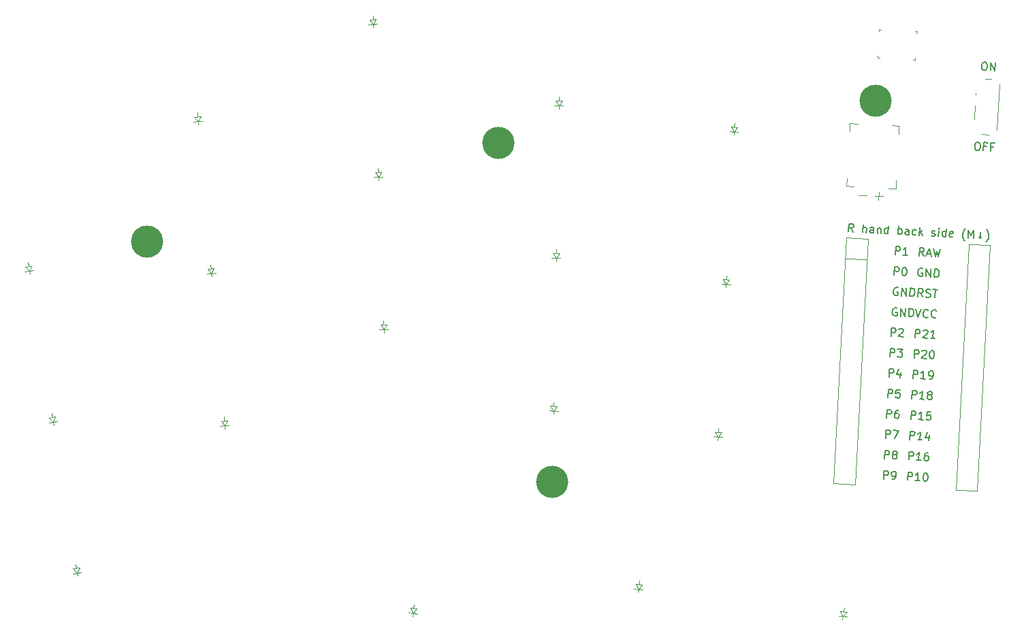
<source format=gbr>
%TF.GenerationSoftware,KiCad,Pcbnew,8.0.7*%
%TF.CreationDate,2025-02-03T11:28:03-05:00*%
%TF.ProjectId,thepcb,74686570-6362-42e6-9b69-6361645f7063,v1.0.0*%
%TF.SameCoordinates,Original*%
%TF.FileFunction,Legend,Top*%
%TF.FilePolarity,Positive*%
%FSLAX46Y46*%
G04 Gerber Fmt 4.6, Leading zero omitted, Abs format (unit mm)*
G04 Created by KiCad (PCBNEW 8.0.7) date 2025-02-03 11:28:03*
%MOMM*%
%LPD*%
G01*
G04 APERTURE LIST*
%ADD10C,0.150000*%
%ADD11C,0.100000*%
%ADD12C,0.120000*%
%ADD13C,4.000000*%
G04 APERTURE END LIST*
D10*
X297282717Y-94047638D02*
X297472932Y-94057607D01*
X297472932Y-94057607D02*
X297565547Y-94110145D01*
X297565547Y-94110145D02*
X297655670Y-94210237D01*
X297655670Y-94210237D02*
X297693255Y-94402944D01*
X297693255Y-94402944D02*
X297675810Y-94735821D01*
X297675810Y-94735821D02*
X297618288Y-94923544D01*
X297618288Y-94923544D02*
X297518196Y-95013667D01*
X297518196Y-95013667D02*
X297420596Y-95056236D01*
X297420596Y-95056236D02*
X297230381Y-95046267D01*
X297230381Y-95046267D02*
X297137765Y-94993729D01*
X297137765Y-94993729D02*
X297047642Y-94893637D01*
X297047642Y-94893637D02*
X297010057Y-94700930D01*
X297010057Y-94700930D02*
X297027502Y-94368054D01*
X297027502Y-94368054D02*
X297085025Y-94180331D01*
X297085025Y-94180331D02*
X297185117Y-94090207D01*
X297185117Y-94090207D02*
X297282717Y-94047638D01*
X298446639Y-94585481D02*
X298113763Y-94568035D01*
X298086349Y-95091127D02*
X298138685Y-94092497D01*
X298138685Y-94092497D02*
X298614223Y-94117419D01*
X299302608Y-94630340D02*
X298969731Y-94612895D01*
X298942317Y-95135986D02*
X298994653Y-94137357D01*
X298994653Y-94137357D02*
X299470191Y-94162279D01*
X298138953Y-84078787D02*
X298329168Y-84088756D01*
X298329168Y-84088756D02*
X298421783Y-84141294D01*
X298421783Y-84141294D02*
X298511907Y-84241386D01*
X298511907Y-84241386D02*
X298549492Y-84434093D01*
X298549492Y-84434093D02*
X298532046Y-84766970D01*
X298532046Y-84766970D02*
X298474524Y-84954693D01*
X298474524Y-84954693D02*
X298374432Y-85044816D01*
X298374432Y-85044816D02*
X298276832Y-85087386D01*
X298276832Y-85087386D02*
X298086617Y-85077417D01*
X298086617Y-85077417D02*
X297994002Y-85024879D01*
X297994002Y-85024879D02*
X297903878Y-84924787D01*
X297903878Y-84924787D02*
X297866293Y-84732079D01*
X297866293Y-84732079D02*
X297883739Y-84399203D01*
X297883739Y-84399203D02*
X297941261Y-84211480D01*
X297941261Y-84211480D02*
X298041353Y-84121357D01*
X298041353Y-84121357D02*
X298138953Y-84078787D01*
X298942585Y-85122276D02*
X298994921Y-84123647D01*
X298994921Y-84123647D02*
X299513230Y-85152182D01*
X299513230Y-85152182D02*
X299565566Y-84153553D01*
X290499385Y-109801834D02*
X290406769Y-109749296D01*
X290406769Y-109749296D02*
X290264108Y-109741820D01*
X290264108Y-109741820D02*
X290118955Y-109781897D01*
X290118955Y-109781897D02*
X290018863Y-109872020D01*
X290018863Y-109872020D02*
X289966324Y-109964636D01*
X289966324Y-109964636D02*
X289908802Y-110152359D01*
X289908802Y-110152359D02*
X289901325Y-110295020D01*
X289901325Y-110295020D02*
X289938910Y-110487727D01*
X289938910Y-110487727D02*
X289981480Y-110585327D01*
X289981480Y-110585327D02*
X290071603Y-110685419D01*
X290071603Y-110685419D02*
X290211772Y-110740449D01*
X290211772Y-110740449D02*
X290306880Y-110745434D01*
X290306880Y-110745434D02*
X290452033Y-110705356D01*
X290452033Y-110705356D02*
X290502079Y-110660295D01*
X290502079Y-110660295D02*
X290519525Y-110327418D01*
X290519525Y-110327418D02*
X290329309Y-110317450D01*
X290925079Y-110777832D02*
X290977415Y-109779203D01*
X290977415Y-109779203D02*
X291495724Y-110807738D01*
X291495724Y-110807738D02*
X291548060Y-109809109D01*
X291971262Y-110832660D02*
X292023598Y-109834031D01*
X292023598Y-109834031D02*
X292261367Y-109846492D01*
X292261367Y-109846492D02*
X292401536Y-109901522D01*
X292401536Y-109901522D02*
X292491659Y-110001614D01*
X292491659Y-110001614D02*
X292534229Y-110099214D01*
X292534229Y-110099214D02*
X292571814Y-110291921D01*
X292571814Y-110291921D02*
X292564337Y-110434582D01*
X292564337Y-110434582D02*
X292506815Y-110622305D01*
X292506815Y-110622305D02*
X292454277Y-110714921D01*
X292454277Y-110714921D02*
X292354185Y-110805044D01*
X292354185Y-110805044D02*
X292209031Y-110845121D01*
X292209031Y-110845121D02*
X291971262Y-110832660D01*
X288668446Y-136094424D02*
X288720782Y-135095795D01*
X288720782Y-135095795D02*
X289101213Y-135115732D01*
X289101213Y-135115732D02*
X289193828Y-135168271D01*
X289193828Y-135168271D02*
X289238890Y-135218317D01*
X289238890Y-135218317D02*
X289281459Y-135315916D01*
X289281459Y-135315916D02*
X289273983Y-135458578D01*
X289273983Y-135458578D02*
X289221444Y-135551193D01*
X289221444Y-135551193D02*
X289171398Y-135596255D01*
X289171398Y-135596255D02*
X289073799Y-135638824D01*
X289073799Y-135638824D02*
X288693368Y-135618887D01*
X290190168Y-136174174D02*
X289619522Y-136144268D01*
X289904845Y-136159221D02*
X289957181Y-135160592D01*
X289957181Y-135160592D02*
X289854597Y-135298269D01*
X289854597Y-135298269D02*
X289754505Y-135388392D01*
X289754505Y-135388392D02*
X289656905Y-135430961D01*
X290860703Y-135207943D02*
X290955810Y-135212928D01*
X290955810Y-135212928D02*
X291048426Y-135265466D01*
X291048426Y-135265466D02*
X291093487Y-135315512D01*
X291093487Y-135315512D02*
X291136057Y-135413112D01*
X291136057Y-135413112D02*
X291173642Y-135605819D01*
X291173642Y-135605819D02*
X291161181Y-135843588D01*
X291161181Y-135843588D02*
X291103658Y-136031311D01*
X291103658Y-136031311D02*
X291051120Y-136123926D01*
X291051120Y-136123926D02*
X291001074Y-136168988D01*
X291001074Y-136168988D02*
X290903475Y-136211557D01*
X290903475Y-136211557D02*
X290808367Y-136206573D01*
X290808367Y-136206573D02*
X290715752Y-136154035D01*
X290715752Y-136154035D02*
X290670690Y-136103989D01*
X290670690Y-136103989D02*
X290628121Y-136006389D01*
X290628121Y-136006389D02*
X290590536Y-135813682D01*
X290590536Y-135813682D02*
X290602996Y-135575913D01*
X290602996Y-135575913D02*
X290660519Y-135388190D01*
X290660519Y-135388190D02*
X290713057Y-135295574D01*
X290713057Y-135295574D02*
X290763103Y-135250513D01*
X290763103Y-135250513D02*
X290860703Y-135207943D01*
X281896818Y-105212703D02*
X281588864Y-104719720D01*
X281326173Y-105182797D02*
X281378509Y-104184167D01*
X281378509Y-104184167D02*
X281758939Y-104204105D01*
X281758939Y-104204105D02*
X281851555Y-104256643D01*
X281851555Y-104256643D02*
X281896616Y-104306689D01*
X281896616Y-104306689D02*
X281939186Y-104404289D01*
X281939186Y-104404289D02*
X281931709Y-104546950D01*
X281931709Y-104546950D02*
X281879171Y-104639565D01*
X281879171Y-104639565D02*
X281829125Y-104684627D01*
X281829125Y-104684627D02*
X281731525Y-104727196D01*
X281731525Y-104727196D02*
X281351095Y-104707259D01*
X283085663Y-105275008D02*
X283137999Y-104276378D01*
X283513647Y-105297437D02*
X283541062Y-104774346D01*
X283541062Y-104774346D02*
X283498492Y-104676746D01*
X283498492Y-104676746D02*
X283405877Y-104624208D01*
X283405877Y-104624208D02*
X283263215Y-104616731D01*
X283263215Y-104616731D02*
X283165616Y-104659301D01*
X283165616Y-104659301D02*
X283115570Y-104704362D01*
X284417169Y-105344789D02*
X284444584Y-104821697D01*
X284444584Y-104821697D02*
X284402014Y-104724098D01*
X284402014Y-104724098D02*
X284309399Y-104671559D01*
X284309399Y-104671559D02*
X284119184Y-104661591D01*
X284119184Y-104661591D02*
X284021584Y-104704160D01*
X284419662Y-105297235D02*
X284322062Y-105339805D01*
X284322062Y-105339805D02*
X284084293Y-105327344D01*
X284084293Y-105327344D02*
X283991678Y-105274805D01*
X283991678Y-105274805D02*
X283949108Y-105177206D01*
X283949108Y-105177206D02*
X283954093Y-105082098D01*
X283954093Y-105082098D02*
X284006631Y-104989483D01*
X284006631Y-104989483D02*
X284104230Y-104946913D01*
X284104230Y-104946913D02*
X284341999Y-104959374D01*
X284341999Y-104959374D02*
X284439599Y-104916805D01*
X284927598Y-104703958D02*
X284892707Y-105369711D01*
X284922614Y-104799065D02*
X284972660Y-104754004D01*
X284972660Y-104754004D02*
X285070259Y-104711434D01*
X285070259Y-104711434D02*
X285212921Y-104718911D01*
X285212921Y-104718911D02*
X285305536Y-104771449D01*
X285305536Y-104771449D02*
X285348106Y-104869049D01*
X285348106Y-104869049D02*
X285320692Y-105392141D01*
X286224214Y-105439492D02*
X286276550Y-104440863D01*
X286226706Y-105391938D02*
X286129106Y-105434508D01*
X286129106Y-105434508D02*
X285938891Y-105424539D01*
X285938891Y-105424539D02*
X285846275Y-105372001D01*
X285846275Y-105372001D02*
X285801214Y-105321955D01*
X285801214Y-105321955D02*
X285758644Y-105224355D01*
X285758644Y-105224355D02*
X285773598Y-104939032D01*
X285773598Y-104939032D02*
X285826136Y-104846417D01*
X285826136Y-104846417D02*
X285876182Y-104801355D01*
X285876182Y-104801355D02*
X285973782Y-104758786D01*
X285973782Y-104758786D02*
X286163997Y-104768755D01*
X286163997Y-104768755D02*
X286256612Y-104821293D01*
X287460612Y-105504289D02*
X287512948Y-104505660D01*
X287493011Y-104886090D02*
X287590611Y-104843520D01*
X287590611Y-104843520D02*
X287780826Y-104853489D01*
X287780826Y-104853489D02*
X287873441Y-104906027D01*
X287873441Y-104906027D02*
X287918503Y-104956073D01*
X287918503Y-104956073D02*
X287961072Y-105053673D01*
X287961072Y-105053673D02*
X287946119Y-105338996D01*
X287946119Y-105338996D02*
X287893581Y-105431611D01*
X287893581Y-105431611D02*
X287843535Y-105476673D01*
X287843535Y-105476673D02*
X287745935Y-105519242D01*
X287745935Y-105519242D02*
X287555720Y-105509273D01*
X287555720Y-105509273D02*
X287463105Y-105456735D01*
X288792119Y-105574070D02*
X288819533Y-105050979D01*
X288819533Y-105050979D02*
X288776963Y-104953379D01*
X288776963Y-104953379D02*
X288684348Y-104900841D01*
X288684348Y-104900841D02*
X288494133Y-104890872D01*
X288494133Y-104890872D02*
X288396533Y-104933441D01*
X288794611Y-105526517D02*
X288697011Y-105569086D01*
X288697011Y-105569086D02*
X288459242Y-105556625D01*
X288459242Y-105556625D02*
X288366627Y-105504087D01*
X288366627Y-105504087D02*
X288324057Y-105406487D01*
X288324057Y-105406487D02*
X288329042Y-105311380D01*
X288329042Y-105311380D02*
X288381580Y-105218764D01*
X288381580Y-105218764D02*
X288479180Y-105176195D01*
X288479180Y-105176195D02*
X288716948Y-105188656D01*
X288716948Y-105188656D02*
X288814548Y-105146086D01*
X289698133Y-105573868D02*
X289600533Y-105616438D01*
X289600533Y-105616438D02*
X289410318Y-105606469D01*
X289410318Y-105606469D02*
X289317702Y-105553931D01*
X289317702Y-105553931D02*
X289272641Y-105503885D01*
X289272641Y-105503885D02*
X289230071Y-105406285D01*
X289230071Y-105406285D02*
X289245025Y-105120962D01*
X289245025Y-105120962D02*
X289297563Y-105028347D01*
X289297563Y-105028347D02*
X289347609Y-104983285D01*
X289347609Y-104983285D02*
X289445209Y-104940716D01*
X289445209Y-104940716D02*
X289635424Y-104950685D01*
X289635424Y-104950685D02*
X289728039Y-105003223D01*
X290123625Y-105643852D02*
X290175961Y-104645222D01*
X290238670Y-105268406D02*
X290504055Y-105663789D01*
X290538946Y-104998036D02*
X290138578Y-105358529D01*
X291647839Y-105676048D02*
X291740454Y-105728586D01*
X291740454Y-105728586D02*
X291930669Y-105738555D01*
X291930669Y-105738555D02*
X292028269Y-105695985D01*
X292028269Y-105695985D02*
X292080807Y-105603370D01*
X292080807Y-105603370D02*
X292083299Y-105555816D01*
X292083299Y-105555816D02*
X292040730Y-105458216D01*
X292040730Y-105458216D02*
X291948114Y-105405678D01*
X291948114Y-105405678D02*
X291805453Y-105398202D01*
X291805453Y-105398202D02*
X291712838Y-105345664D01*
X291712838Y-105345664D02*
X291670268Y-105248064D01*
X291670268Y-105248064D02*
X291672761Y-105200510D01*
X291672761Y-105200510D02*
X291725299Y-105107895D01*
X291725299Y-105107895D02*
X291822898Y-105065325D01*
X291822898Y-105065325D02*
X291965560Y-105072802D01*
X291965560Y-105072802D02*
X292058175Y-105125340D01*
X292501315Y-105768461D02*
X292536205Y-105102708D01*
X292553651Y-104769832D02*
X292503605Y-104814893D01*
X292503605Y-104814893D02*
X292548666Y-104864939D01*
X292548666Y-104864939D02*
X292598712Y-104819878D01*
X292598712Y-104819878D02*
X292553651Y-104769832D01*
X292553651Y-104769832D02*
X292548666Y-104864939D01*
X293404836Y-105815813D02*
X293457172Y-104817183D01*
X293407328Y-105768259D02*
X293309729Y-105810828D01*
X293309729Y-105810828D02*
X293119514Y-105800859D01*
X293119514Y-105800859D02*
X293026898Y-105748321D01*
X293026898Y-105748321D02*
X292981837Y-105698275D01*
X292981837Y-105698275D02*
X292939267Y-105600676D01*
X292939267Y-105600676D02*
X292954220Y-105315353D01*
X292954220Y-105315353D02*
X293006758Y-105222737D01*
X293006758Y-105222737D02*
X293056804Y-105177676D01*
X293056804Y-105177676D02*
X293154404Y-105135106D01*
X293154404Y-105135106D02*
X293344619Y-105145075D01*
X293344619Y-105145075D02*
X293437235Y-105197613D01*
X294263297Y-105813118D02*
X294165697Y-105855688D01*
X294165697Y-105855688D02*
X293975482Y-105845719D01*
X293975482Y-105845719D02*
X293882866Y-105793181D01*
X293882866Y-105793181D02*
X293840297Y-105695581D01*
X293840297Y-105695581D02*
X293860235Y-105315151D01*
X293860235Y-105315151D02*
X293912773Y-105222535D01*
X293912773Y-105222535D02*
X294010372Y-105179966D01*
X294010372Y-105179966D02*
X294200588Y-105189935D01*
X294200588Y-105189935D02*
X294293203Y-105242473D01*
X294293203Y-105242473D02*
X294335772Y-105340073D01*
X294335772Y-105340073D02*
X294330788Y-105435180D01*
X294330788Y-105435180D02*
X293850266Y-105505366D01*
X295762589Y-106320852D02*
X295717527Y-106270806D01*
X295717527Y-106270806D02*
X295629896Y-106123161D01*
X295629896Y-106123161D02*
X295587327Y-106025561D01*
X295587327Y-106025561D02*
X295547249Y-105880407D01*
X295547249Y-105880407D02*
X295512157Y-105640146D01*
X295512157Y-105640146D02*
X295522125Y-105449931D01*
X295522125Y-105449931D02*
X295582140Y-105214654D01*
X295582140Y-105214654D02*
X295637170Y-105074485D01*
X295637170Y-105074485D02*
X295689709Y-104981870D01*
X295689709Y-104981870D02*
X295792293Y-104844193D01*
X295792293Y-104844193D02*
X295842339Y-104799131D01*
X296162957Y-105960360D02*
X296215293Y-104961730D01*
X296215293Y-104961730D02*
X296510786Y-105692482D01*
X296510786Y-105692482D02*
X296881046Y-104996621D01*
X296881046Y-104996621D02*
X296828710Y-105995250D01*
X297724553Y-105279249D02*
X297684678Y-106040110D01*
X297884862Y-105859863D02*
X297684678Y-106040110D01*
X297684678Y-106040110D02*
X297504431Y-105839926D01*
X298425601Y-106460415D02*
X298475647Y-106415353D01*
X298475647Y-106415353D02*
X298578231Y-106277676D01*
X298578231Y-106277676D02*
X298630769Y-106185061D01*
X298630769Y-106185061D02*
X298685799Y-106044892D01*
X298685799Y-106044892D02*
X298745814Y-105809615D01*
X298745814Y-105809615D02*
X298755783Y-105619400D01*
X298755783Y-105619400D02*
X298720690Y-105379139D01*
X298720690Y-105379139D02*
X298680613Y-105233985D01*
X298680613Y-105233985D02*
X298638043Y-105136385D01*
X298638043Y-105136385D02*
X298550412Y-104988740D01*
X298550412Y-104988740D02*
X298505351Y-104938694D01*
X290530599Y-113300644D02*
X290222645Y-112807661D01*
X289959954Y-113270738D02*
X290012290Y-112272108D01*
X290012290Y-112272108D02*
X290392720Y-112292046D01*
X290392720Y-112292046D02*
X290485336Y-112344584D01*
X290485336Y-112344584D02*
X290530397Y-112394630D01*
X290530397Y-112394630D02*
X290572967Y-112492230D01*
X290572967Y-112492230D02*
X290565490Y-112634891D01*
X290565490Y-112634891D02*
X290512952Y-112727506D01*
X290512952Y-112727506D02*
X290462906Y-112772568D01*
X290462906Y-112772568D02*
X290365306Y-112815137D01*
X290365306Y-112815137D02*
X289984876Y-112795200D01*
X290913522Y-113273028D02*
X291053691Y-113328058D01*
X291053691Y-113328058D02*
X291291460Y-113340519D01*
X291291460Y-113340519D02*
X291389060Y-113297950D01*
X291389060Y-113297950D02*
X291439106Y-113252888D01*
X291439106Y-113252888D02*
X291491644Y-113160273D01*
X291491644Y-113160273D02*
X291496628Y-113065165D01*
X291496628Y-113065165D02*
X291454059Y-112967565D01*
X291454059Y-112967565D02*
X291408997Y-112917519D01*
X291408997Y-112917519D02*
X291316382Y-112864981D01*
X291316382Y-112864981D02*
X291128659Y-112807459D01*
X291128659Y-112807459D02*
X291036044Y-112754920D01*
X291036044Y-112754920D02*
X290990982Y-112704875D01*
X290990982Y-112704875D02*
X290948413Y-112607275D01*
X290948413Y-112607275D02*
X290953397Y-112512167D01*
X290953397Y-112512167D02*
X291005935Y-112419552D01*
X291005935Y-112419552D02*
X291055981Y-112374490D01*
X291055981Y-112374490D02*
X291153581Y-112331921D01*
X291153581Y-112331921D02*
X291391350Y-112344382D01*
X291391350Y-112344382D02*
X291531519Y-112399412D01*
X291819334Y-112366811D02*
X292389979Y-112396718D01*
X292052321Y-113380394D02*
X292104657Y-112381765D01*
X286057568Y-128327137D02*
X286109904Y-127328508D01*
X286109904Y-127328508D02*
X286490334Y-127348445D01*
X286490334Y-127348445D02*
X286582950Y-127400983D01*
X286582950Y-127400983D02*
X286628011Y-127451029D01*
X286628011Y-127451029D02*
X286670581Y-127548629D01*
X286670581Y-127548629D02*
X286663104Y-127691291D01*
X286663104Y-127691291D02*
X286610566Y-127783906D01*
X286610566Y-127783906D02*
X286560520Y-127828968D01*
X286560520Y-127828968D02*
X286462920Y-127871537D01*
X286462920Y-127871537D02*
X286082490Y-127851599D01*
X287536517Y-127403273D02*
X287346302Y-127393305D01*
X287346302Y-127393305D02*
X287248703Y-127435874D01*
X287248703Y-127435874D02*
X287198657Y-127480936D01*
X287198657Y-127480936D02*
X287096072Y-127618613D01*
X287096072Y-127618613D02*
X287038550Y-127806336D01*
X287038550Y-127806336D02*
X287018612Y-128186766D01*
X287018612Y-128186766D02*
X287061182Y-128284366D01*
X287061182Y-128284366D02*
X287106243Y-128334412D01*
X287106243Y-128334412D02*
X287198859Y-128386950D01*
X287198859Y-128386950D02*
X287389074Y-128396919D01*
X287389074Y-128396919D02*
X287486674Y-128354349D01*
X287486674Y-128354349D02*
X287536720Y-128309288D01*
X287536720Y-128309288D02*
X287589258Y-128216672D01*
X287589258Y-128216672D02*
X287601719Y-127978903D01*
X287601719Y-127978903D02*
X287559149Y-127881304D01*
X287559149Y-127881304D02*
X287514088Y-127831258D01*
X287514088Y-127831258D02*
X287421472Y-127778719D01*
X287421472Y-127778719D02*
X287231257Y-127768751D01*
X287231257Y-127768751D02*
X287133657Y-127811320D01*
X287133657Y-127811320D02*
X287083611Y-127856382D01*
X287083611Y-127856382D02*
X287031073Y-127948997D01*
X287470426Y-112186579D02*
X287377810Y-112134041D01*
X287377810Y-112134041D02*
X287235149Y-112126565D01*
X287235149Y-112126565D02*
X287089996Y-112166642D01*
X287089996Y-112166642D02*
X286989904Y-112256765D01*
X286989904Y-112256765D02*
X286937365Y-112349381D01*
X286937365Y-112349381D02*
X286879843Y-112537104D01*
X286879843Y-112537104D02*
X286872366Y-112679765D01*
X286872366Y-112679765D02*
X286909951Y-112872472D01*
X286909951Y-112872472D02*
X286952521Y-112970072D01*
X286952521Y-112970072D02*
X287042644Y-113070164D01*
X287042644Y-113070164D02*
X287182813Y-113125194D01*
X287182813Y-113125194D02*
X287277921Y-113130179D01*
X287277921Y-113130179D02*
X287423074Y-113090101D01*
X287423074Y-113090101D02*
X287473120Y-113045040D01*
X287473120Y-113045040D02*
X287490566Y-112712163D01*
X287490566Y-112712163D02*
X287300350Y-112702195D01*
X287896120Y-113162577D02*
X287948456Y-112163948D01*
X287948456Y-112163948D02*
X288466765Y-113192483D01*
X288466765Y-113192483D02*
X288519101Y-112193854D01*
X288942303Y-113217405D02*
X288994639Y-112218776D01*
X288994639Y-112218776D02*
X289232408Y-112231237D01*
X289232408Y-112231237D02*
X289372577Y-112286267D01*
X289372577Y-112286267D02*
X289462700Y-112386359D01*
X289462700Y-112386359D02*
X289505270Y-112483959D01*
X289505270Y-112483959D02*
X289542855Y-112676666D01*
X289542855Y-112676666D02*
X289535378Y-112819327D01*
X289535378Y-112819327D02*
X289477856Y-113007050D01*
X289477856Y-113007050D02*
X289425318Y-113099666D01*
X289425318Y-113099666D02*
X289325226Y-113189789D01*
X289325226Y-113189789D02*
X289180072Y-113229866D01*
X289180072Y-113229866D02*
X288942303Y-113217405D01*
X286456368Y-120717580D02*
X286508704Y-119718951D01*
X286508704Y-119718951D02*
X286889134Y-119738888D01*
X286889134Y-119738888D02*
X286981750Y-119791426D01*
X286981750Y-119791426D02*
X287026811Y-119841472D01*
X287026811Y-119841472D02*
X287069381Y-119939072D01*
X287069381Y-119939072D02*
X287061904Y-120081734D01*
X287061904Y-120081734D02*
X287009366Y-120174349D01*
X287009366Y-120174349D02*
X286959320Y-120219411D01*
X286959320Y-120219411D02*
X286861720Y-120261980D01*
X286861720Y-120261980D02*
X286481290Y-120242042D01*
X287412226Y-119766302D02*
X288030425Y-119798701D01*
X288030425Y-119798701D02*
X287677611Y-120161686D01*
X287677611Y-120161686D02*
X287820272Y-120169162D01*
X287820272Y-120169162D02*
X287912888Y-120221701D01*
X287912888Y-120221701D02*
X287957949Y-120271747D01*
X287957949Y-120271747D02*
X288000519Y-120369346D01*
X288000519Y-120369346D02*
X287988058Y-120607115D01*
X287988058Y-120607115D02*
X287935520Y-120699731D01*
X287935520Y-120699731D02*
X287885474Y-120744792D01*
X287885474Y-120744792D02*
X287787874Y-120787362D01*
X287787874Y-120787362D02*
X287502551Y-120772408D01*
X287502551Y-120772408D02*
X287409936Y-120719870D01*
X287409936Y-120719870D02*
X287364874Y-120669824D01*
X289067246Y-128484867D02*
X289119582Y-127486238D01*
X289119582Y-127486238D02*
X289500013Y-127506175D01*
X289500013Y-127506175D02*
X289592628Y-127558714D01*
X289592628Y-127558714D02*
X289637690Y-127608760D01*
X289637690Y-127608760D02*
X289680259Y-127706359D01*
X289680259Y-127706359D02*
X289672783Y-127849021D01*
X289672783Y-127849021D02*
X289620244Y-127941636D01*
X289620244Y-127941636D02*
X289570198Y-127986698D01*
X289570198Y-127986698D02*
X289472599Y-128029267D01*
X289472599Y-128029267D02*
X289092168Y-128009330D01*
X290588968Y-128564617D02*
X290018322Y-128534711D01*
X290303645Y-128549664D02*
X290355981Y-127551035D01*
X290355981Y-127551035D02*
X290253397Y-127688712D01*
X290253397Y-127688712D02*
X290153305Y-127778835D01*
X290153305Y-127778835D02*
X290055705Y-127821404D01*
X291544826Y-127613340D02*
X291069288Y-127588418D01*
X291069288Y-127588418D02*
X290996812Y-128061463D01*
X290996812Y-128061463D02*
X291046858Y-128016402D01*
X291046858Y-128016402D02*
X291144458Y-127973832D01*
X291144458Y-127973832D02*
X291382227Y-127986293D01*
X291382227Y-127986293D02*
X291474842Y-128038831D01*
X291474842Y-128038831D02*
X291519904Y-128088877D01*
X291519904Y-128088877D02*
X291562473Y-128186477D01*
X291562473Y-128186477D02*
X291550012Y-128424246D01*
X291550012Y-128424246D02*
X291497474Y-128516861D01*
X291497474Y-128516861D02*
X291447428Y-128561923D01*
X291447428Y-128561923D02*
X291349828Y-128604492D01*
X291349828Y-128604492D02*
X291112059Y-128592032D01*
X291112059Y-128592032D02*
X291019444Y-128539493D01*
X291019444Y-128539493D02*
X290974382Y-128489447D01*
X285924634Y-130863656D02*
X285976970Y-129865027D01*
X285976970Y-129865027D02*
X286357400Y-129884964D01*
X286357400Y-129884964D02*
X286450016Y-129937502D01*
X286450016Y-129937502D02*
X286495077Y-129987548D01*
X286495077Y-129987548D02*
X286537647Y-130085148D01*
X286537647Y-130085148D02*
X286530170Y-130227810D01*
X286530170Y-130227810D02*
X286477632Y-130320425D01*
X286477632Y-130320425D02*
X286427586Y-130365487D01*
X286427586Y-130365487D02*
X286329986Y-130408056D01*
X286329986Y-130408056D02*
X285949556Y-130388118D01*
X286880492Y-129912378D02*
X287546245Y-129947269D01*
X287546245Y-129947269D02*
X287065925Y-130923469D01*
X289598979Y-118338791D02*
X289651315Y-117340162D01*
X289651315Y-117340162D02*
X290031746Y-117360099D01*
X290031746Y-117360099D02*
X290124361Y-117412638D01*
X290124361Y-117412638D02*
X290169423Y-117462684D01*
X290169423Y-117462684D02*
X290211992Y-117560283D01*
X290211992Y-117560283D02*
X290204516Y-117702945D01*
X290204516Y-117702945D02*
X290151977Y-117795560D01*
X290151977Y-117795560D02*
X290101931Y-117840622D01*
X290101931Y-117840622D02*
X290004332Y-117883191D01*
X290004332Y-117883191D02*
X289623901Y-117863254D01*
X290597407Y-117485113D02*
X290647453Y-117440052D01*
X290647453Y-117440052D02*
X290745053Y-117397482D01*
X290745053Y-117397482D02*
X290982821Y-117409943D01*
X290982821Y-117409943D02*
X291075437Y-117462481D01*
X291075437Y-117462481D02*
X291120498Y-117512527D01*
X291120498Y-117512527D02*
X291163068Y-117610127D01*
X291163068Y-117610127D02*
X291158084Y-117705235D01*
X291158084Y-117705235D02*
X291103053Y-117845404D01*
X291103053Y-117845404D02*
X290502501Y-118386143D01*
X290502501Y-118386143D02*
X291120701Y-118418541D01*
X292071776Y-118468385D02*
X291501131Y-118438479D01*
X291786454Y-118453432D02*
X291838790Y-117454803D01*
X291838790Y-117454803D02*
X291736206Y-117592480D01*
X291736206Y-117592480D02*
X291636114Y-117682603D01*
X291636114Y-117682603D02*
X291538514Y-117725172D01*
X286190501Y-125790618D02*
X286242837Y-124791989D01*
X286242837Y-124791989D02*
X286623267Y-124811926D01*
X286623267Y-124811926D02*
X286715883Y-124864464D01*
X286715883Y-124864464D02*
X286760944Y-124914510D01*
X286760944Y-124914510D02*
X286803514Y-125012110D01*
X286803514Y-125012110D02*
X286796037Y-125154772D01*
X286796037Y-125154772D02*
X286743499Y-125247387D01*
X286743499Y-125247387D02*
X286693453Y-125292449D01*
X286693453Y-125292449D02*
X286595853Y-125335018D01*
X286595853Y-125335018D02*
X286215423Y-125315080D01*
X287717004Y-124869247D02*
X287241466Y-124844325D01*
X287241466Y-124844325D02*
X287168991Y-125317370D01*
X287168991Y-125317370D02*
X287219037Y-125272309D01*
X287219037Y-125272309D02*
X287316636Y-125229739D01*
X287316636Y-125229739D02*
X287554405Y-125242200D01*
X287554405Y-125242200D02*
X287647021Y-125294739D01*
X287647021Y-125294739D02*
X287692082Y-125344785D01*
X287692082Y-125344785D02*
X287734652Y-125442384D01*
X287734652Y-125442384D02*
X287722191Y-125680153D01*
X287722191Y-125680153D02*
X287669653Y-125772769D01*
X287669653Y-125772769D02*
X287619607Y-125817830D01*
X287619607Y-125817830D02*
X287522007Y-125860400D01*
X287522007Y-125860400D02*
X287284238Y-125847939D01*
X287284238Y-125847939D02*
X287191623Y-125795401D01*
X287191623Y-125795401D02*
X287146561Y-125745355D01*
X289200179Y-125948348D02*
X289252515Y-124949719D01*
X289252515Y-124949719D02*
X289632946Y-124969656D01*
X289632946Y-124969656D02*
X289725561Y-125022195D01*
X289725561Y-125022195D02*
X289770623Y-125072241D01*
X289770623Y-125072241D02*
X289813192Y-125169840D01*
X289813192Y-125169840D02*
X289805716Y-125312502D01*
X289805716Y-125312502D02*
X289753177Y-125405117D01*
X289753177Y-125405117D02*
X289703131Y-125450179D01*
X289703131Y-125450179D02*
X289605532Y-125492748D01*
X289605532Y-125492748D02*
X289225101Y-125472811D01*
X290721901Y-126028098D02*
X290151255Y-125998192D01*
X290436578Y-126013145D02*
X290488914Y-125014516D01*
X290488914Y-125014516D02*
X290386330Y-125152193D01*
X290386330Y-125152193D02*
X290286238Y-125242316D01*
X290286238Y-125242316D02*
X290188638Y-125284885D01*
X291322452Y-125487359D02*
X291229837Y-125434821D01*
X291229837Y-125434821D02*
X291184775Y-125384775D01*
X291184775Y-125384775D02*
X291142206Y-125287175D01*
X291142206Y-125287175D02*
X291144698Y-125239622D01*
X291144698Y-125239622D02*
X291197236Y-125147006D01*
X291197236Y-125147006D02*
X291247282Y-125101945D01*
X291247282Y-125101945D02*
X291344882Y-125059375D01*
X291344882Y-125059375D02*
X291535097Y-125069344D01*
X291535097Y-125069344D02*
X291627713Y-125121882D01*
X291627713Y-125121882D02*
X291672774Y-125171928D01*
X291672774Y-125171928D02*
X291715344Y-125269528D01*
X291715344Y-125269528D02*
X291712851Y-125317082D01*
X291712851Y-125317082D02*
X291660313Y-125409697D01*
X291660313Y-125409697D02*
X291610267Y-125454759D01*
X291610267Y-125454759D02*
X291512668Y-125497328D01*
X291512668Y-125497328D02*
X291322452Y-125487359D01*
X291322452Y-125487359D02*
X291224853Y-125529929D01*
X291224853Y-125529929D02*
X291174807Y-125574990D01*
X291174807Y-125574990D02*
X291122269Y-125667606D01*
X291122269Y-125667606D02*
X291112300Y-125857821D01*
X291112300Y-125857821D02*
X291154869Y-125955421D01*
X291154869Y-125955421D02*
X291199931Y-126005467D01*
X291199931Y-126005467D02*
X291292546Y-126058005D01*
X291292546Y-126058005D02*
X291482761Y-126067973D01*
X291482761Y-126067973D02*
X291580361Y-126025404D01*
X291580361Y-126025404D02*
X291630407Y-125980342D01*
X291630407Y-125980342D02*
X291682945Y-125887727D01*
X291682945Y-125887727D02*
X291692914Y-125697512D01*
X291692914Y-125697512D02*
X291650345Y-125599912D01*
X291650345Y-125599912D02*
X291605283Y-125549866D01*
X291605283Y-125549866D02*
X291512668Y-125497328D01*
X289466046Y-120875310D02*
X289518382Y-119876681D01*
X289518382Y-119876681D02*
X289898813Y-119896618D01*
X289898813Y-119896618D02*
X289991428Y-119949157D01*
X289991428Y-119949157D02*
X290036490Y-119999203D01*
X290036490Y-119999203D02*
X290079059Y-120096802D01*
X290079059Y-120096802D02*
X290071583Y-120239464D01*
X290071583Y-120239464D02*
X290019044Y-120332079D01*
X290019044Y-120332079D02*
X289968998Y-120377141D01*
X289968998Y-120377141D02*
X289871399Y-120419710D01*
X289871399Y-120419710D02*
X289490968Y-120399773D01*
X290464474Y-120021632D02*
X290514520Y-119976571D01*
X290514520Y-119976571D02*
X290612120Y-119934001D01*
X290612120Y-119934001D02*
X290849888Y-119946462D01*
X290849888Y-119946462D02*
X290942504Y-119999000D01*
X290942504Y-119999000D02*
X290987565Y-120049046D01*
X290987565Y-120049046D02*
X291030135Y-120146646D01*
X291030135Y-120146646D02*
X291025151Y-120241754D01*
X291025151Y-120241754D02*
X290970120Y-120381923D01*
X290970120Y-120381923D02*
X290369568Y-120922662D01*
X290369568Y-120922662D02*
X290987768Y-120955060D01*
X291658303Y-119988829D02*
X291753410Y-119993814D01*
X291753410Y-119993814D02*
X291846026Y-120046352D01*
X291846026Y-120046352D02*
X291891087Y-120096398D01*
X291891087Y-120096398D02*
X291933657Y-120193998D01*
X291933657Y-120193998D02*
X291971242Y-120386705D01*
X291971242Y-120386705D02*
X291958781Y-120624474D01*
X291958781Y-120624474D02*
X291901258Y-120812197D01*
X291901258Y-120812197D02*
X291848720Y-120904812D01*
X291848720Y-120904812D02*
X291798674Y-120949874D01*
X291798674Y-120949874D02*
X291701075Y-120992443D01*
X291701075Y-120992443D02*
X291605967Y-120987459D01*
X291605967Y-120987459D02*
X291513352Y-120934921D01*
X291513352Y-120934921D02*
X291468290Y-120884875D01*
X291468290Y-120884875D02*
X291425721Y-120787275D01*
X291425721Y-120787275D02*
X291388136Y-120594568D01*
X291388136Y-120594568D02*
X291400596Y-120356799D01*
X291400596Y-120356799D02*
X291458119Y-120169076D01*
X291458119Y-120169076D02*
X291510657Y-120076460D01*
X291510657Y-120076460D02*
X291560703Y-120031399D01*
X291560703Y-120031399D02*
X291658303Y-119988829D01*
X288801379Y-133557905D02*
X288853715Y-132559276D01*
X288853715Y-132559276D02*
X289234146Y-132579213D01*
X289234146Y-132579213D02*
X289326761Y-132631752D01*
X289326761Y-132631752D02*
X289371823Y-132681798D01*
X289371823Y-132681798D02*
X289414392Y-132779397D01*
X289414392Y-132779397D02*
X289406916Y-132922059D01*
X289406916Y-132922059D02*
X289354377Y-133014674D01*
X289354377Y-133014674D02*
X289304331Y-133059736D01*
X289304331Y-133059736D02*
X289206732Y-133102305D01*
X289206732Y-133102305D02*
X288826301Y-133082368D01*
X290323101Y-133637655D02*
X289752455Y-133607749D01*
X290037778Y-133622702D02*
X290090114Y-132624073D01*
X290090114Y-132624073D02*
X289987530Y-132761750D01*
X289987530Y-132761750D02*
X289887438Y-132851873D01*
X289887438Y-132851873D02*
X289789838Y-132894442D01*
X291231405Y-132683885D02*
X291041190Y-132673917D01*
X291041190Y-132673917D02*
X290943590Y-132716486D01*
X290943590Y-132716486D02*
X290893544Y-132761548D01*
X290893544Y-132761548D02*
X290790960Y-132899225D01*
X290790960Y-132899225D02*
X290733437Y-133086948D01*
X290733437Y-133086948D02*
X290713500Y-133467378D01*
X290713500Y-133467378D02*
X290756069Y-133564978D01*
X290756069Y-133564978D02*
X290801131Y-133615024D01*
X290801131Y-133615024D02*
X290893746Y-133667562D01*
X290893746Y-133667562D02*
X291083961Y-133677530D01*
X291083961Y-133677530D02*
X291181561Y-133634961D01*
X291181561Y-133634961D02*
X291231607Y-133589899D01*
X291231607Y-133589899D02*
X291284145Y-133497284D01*
X291284145Y-133497284D02*
X291296606Y-133259515D01*
X291296606Y-133259515D02*
X291254037Y-133161915D01*
X291254037Y-133161915D02*
X291208975Y-133111869D01*
X291208975Y-133111869D02*
X291116360Y-133059331D01*
X291116360Y-133059331D02*
X290926145Y-133049362D01*
X290926145Y-133049362D02*
X290828545Y-133091932D01*
X290828545Y-133091932D02*
X290778499Y-133136993D01*
X290778499Y-133136993D02*
X290725961Y-133229609D01*
X289665364Y-114797412D02*
X289945905Y-115813487D01*
X289945905Y-115813487D02*
X290331117Y-114832303D01*
X291187288Y-115783177D02*
X291137242Y-115828238D01*
X291137242Y-115828238D02*
X290992088Y-115868315D01*
X290992088Y-115868315D02*
X290896981Y-115863331D01*
X290896981Y-115863331D02*
X290756812Y-115808301D01*
X290756812Y-115808301D02*
X290666689Y-115708209D01*
X290666689Y-115708209D02*
X290624119Y-115610609D01*
X290624119Y-115610609D02*
X290586534Y-115417902D01*
X290586534Y-115417902D02*
X290594011Y-115275240D01*
X290594011Y-115275240D02*
X290651533Y-115087517D01*
X290651533Y-115087517D02*
X290704071Y-114994902D01*
X290704071Y-114994902D02*
X290804163Y-114904779D01*
X290804163Y-114904779D02*
X290949317Y-114864702D01*
X290949317Y-114864702D02*
X291044424Y-114869686D01*
X291044424Y-114869686D02*
X291184594Y-114924716D01*
X291184594Y-114924716D02*
X291229655Y-114974762D01*
X292185918Y-115835513D02*
X292135872Y-115880574D01*
X292135872Y-115880574D02*
X291990718Y-115920651D01*
X291990718Y-115920651D02*
X291895610Y-115915667D01*
X291895610Y-115915667D02*
X291755441Y-115860637D01*
X291755441Y-115860637D02*
X291665318Y-115760545D01*
X291665318Y-115760545D02*
X291622749Y-115662945D01*
X291622749Y-115662945D02*
X291585164Y-115470238D01*
X291585164Y-115470238D02*
X291592640Y-115327576D01*
X291592640Y-115327576D02*
X291650163Y-115139853D01*
X291650163Y-115139853D02*
X291702701Y-115047238D01*
X291702701Y-115047238D02*
X291802793Y-114957115D01*
X291802793Y-114957115D02*
X291947946Y-114917037D01*
X291947946Y-114917037D02*
X292043054Y-114922022D01*
X292043054Y-114922022D02*
X292183223Y-114977052D01*
X292183223Y-114977052D02*
X292228285Y-115027098D01*
X289333110Y-123411829D02*
X289385446Y-122413200D01*
X289385446Y-122413200D02*
X289765877Y-122433137D01*
X289765877Y-122433137D02*
X289858492Y-122485676D01*
X289858492Y-122485676D02*
X289903554Y-122535722D01*
X289903554Y-122535722D02*
X289946123Y-122633321D01*
X289946123Y-122633321D02*
X289938647Y-122775983D01*
X289938647Y-122775983D02*
X289886108Y-122868598D01*
X289886108Y-122868598D02*
X289836062Y-122913660D01*
X289836062Y-122913660D02*
X289738463Y-122956229D01*
X289738463Y-122956229D02*
X289358032Y-122936292D01*
X290854832Y-123491579D02*
X290284186Y-123461673D01*
X290569509Y-123476626D02*
X290621845Y-122477997D01*
X290621845Y-122477997D02*
X290519261Y-122615674D01*
X290519261Y-122615674D02*
X290419169Y-122705797D01*
X290419169Y-122705797D02*
X290321569Y-122748366D01*
X291330370Y-123516501D02*
X291520585Y-123526470D01*
X291520585Y-123526470D02*
X291618185Y-123483901D01*
X291618185Y-123483901D02*
X291668230Y-123438839D01*
X291668230Y-123438839D02*
X291770815Y-123301162D01*
X291770815Y-123301162D02*
X291828337Y-123113439D01*
X291828337Y-123113439D02*
X291848275Y-122733009D01*
X291848275Y-122733009D02*
X291805705Y-122635409D01*
X291805705Y-122635409D02*
X291760644Y-122585363D01*
X291760644Y-122585363D02*
X291668028Y-122532825D01*
X291668028Y-122532825D02*
X291477813Y-122522856D01*
X291477813Y-122522856D02*
X291380213Y-122565426D01*
X291380213Y-122565426D02*
X291330167Y-122610487D01*
X291330167Y-122610487D02*
X291277629Y-122703103D01*
X291277629Y-122703103D02*
X291265168Y-122940872D01*
X291265168Y-122940872D02*
X291307738Y-123038471D01*
X291307738Y-123038471D02*
X291352799Y-123088517D01*
X291352799Y-123088517D02*
X291445415Y-123141055D01*
X291445415Y-123141055D02*
X291635630Y-123151024D01*
X291635630Y-123151024D02*
X291733230Y-123108455D01*
X291733230Y-123108455D02*
X291783276Y-123063393D01*
X291783276Y-123063393D02*
X291835814Y-122970778D01*
X286988101Y-110571504D02*
X287040437Y-109572875D01*
X287040437Y-109572875D02*
X287420867Y-109592812D01*
X287420867Y-109592812D02*
X287513483Y-109645350D01*
X287513483Y-109645350D02*
X287558544Y-109695396D01*
X287558544Y-109695396D02*
X287601114Y-109792996D01*
X287601114Y-109792996D02*
X287593637Y-109935658D01*
X287593637Y-109935658D02*
X287541099Y-110028273D01*
X287541099Y-110028273D02*
X287491053Y-110073335D01*
X287491053Y-110073335D02*
X287393453Y-110115904D01*
X287393453Y-110115904D02*
X287013023Y-110095966D01*
X288229282Y-109635180D02*
X288324389Y-109640164D01*
X288324389Y-109640164D02*
X288417004Y-109692702D01*
X288417004Y-109692702D02*
X288462066Y-109742748D01*
X288462066Y-109742748D02*
X288504635Y-109840348D01*
X288504635Y-109840348D02*
X288542221Y-110033055D01*
X288542221Y-110033055D02*
X288529760Y-110270824D01*
X288529760Y-110270824D02*
X288472237Y-110458547D01*
X288472237Y-110458547D02*
X288419699Y-110551162D01*
X288419699Y-110551162D02*
X288369653Y-110596224D01*
X288369653Y-110596224D02*
X288272053Y-110638793D01*
X288272053Y-110638793D02*
X288176946Y-110633809D01*
X288176946Y-110633809D02*
X288084330Y-110581271D01*
X288084330Y-110581271D02*
X288039269Y-110531225D01*
X288039269Y-110531225D02*
X287996699Y-110433625D01*
X287996699Y-110433625D02*
X287959114Y-110240918D01*
X287959114Y-110240918D02*
X287971575Y-110003149D01*
X287971575Y-110003149D02*
X288029098Y-109815426D01*
X288029098Y-109815426D02*
X288081636Y-109722811D01*
X288081636Y-109722811D02*
X288131682Y-109677749D01*
X288131682Y-109677749D02*
X288229282Y-109635180D01*
X285658768Y-135936694D02*
X285711104Y-134938065D01*
X285711104Y-134938065D02*
X286091534Y-134958002D01*
X286091534Y-134958002D02*
X286184150Y-135010540D01*
X286184150Y-135010540D02*
X286229211Y-135060586D01*
X286229211Y-135060586D02*
X286271781Y-135158186D01*
X286271781Y-135158186D02*
X286264304Y-135300848D01*
X286264304Y-135300848D02*
X286211766Y-135393463D01*
X286211766Y-135393463D02*
X286161720Y-135438525D01*
X286161720Y-135438525D02*
X286064120Y-135481094D01*
X286064120Y-135481094D02*
X285683690Y-135461156D01*
X286704951Y-135991522D02*
X286895166Y-136001491D01*
X286895166Y-136001491D02*
X286992766Y-135958922D01*
X286992766Y-135958922D02*
X287042812Y-135913860D01*
X287042812Y-135913860D02*
X287145396Y-135776183D01*
X287145396Y-135776183D02*
X287202919Y-135588460D01*
X287202919Y-135588460D02*
X287222856Y-135208030D01*
X287222856Y-135208030D02*
X287180287Y-135110430D01*
X287180287Y-135110430D02*
X287135225Y-135060384D01*
X287135225Y-135060384D02*
X287042610Y-135007846D01*
X287042610Y-135007846D02*
X286852395Y-134997877D01*
X286852395Y-134997877D02*
X286754795Y-135040447D01*
X286754795Y-135040447D02*
X286704749Y-135085508D01*
X286704749Y-135085508D02*
X286652211Y-135178124D01*
X286652211Y-135178124D02*
X286639750Y-135415893D01*
X286639750Y-135415893D02*
X286682319Y-135513492D01*
X286682319Y-135513492D02*
X286727381Y-135563538D01*
X286727381Y-135563538D02*
X286819996Y-135616077D01*
X286819996Y-135616077D02*
X287010211Y-135626045D01*
X287010211Y-135626045D02*
X287107811Y-135583476D01*
X287107811Y-135583476D02*
X287157857Y-135538414D01*
X287157857Y-135538414D02*
X287210395Y-135445799D01*
X287337493Y-114723098D02*
X287244877Y-114670560D01*
X287244877Y-114670560D02*
X287102216Y-114663084D01*
X287102216Y-114663084D02*
X286957063Y-114703161D01*
X286957063Y-114703161D02*
X286856971Y-114793284D01*
X286856971Y-114793284D02*
X286804432Y-114885900D01*
X286804432Y-114885900D02*
X286746910Y-115073623D01*
X286746910Y-115073623D02*
X286739433Y-115216284D01*
X286739433Y-115216284D02*
X286777018Y-115408991D01*
X286777018Y-115408991D02*
X286819588Y-115506591D01*
X286819588Y-115506591D02*
X286909711Y-115606683D01*
X286909711Y-115606683D02*
X287049880Y-115661713D01*
X287049880Y-115661713D02*
X287144988Y-115666698D01*
X287144988Y-115666698D02*
X287290141Y-115626620D01*
X287290141Y-115626620D02*
X287340187Y-115581559D01*
X287340187Y-115581559D02*
X287357633Y-115248682D01*
X287357633Y-115248682D02*
X287167417Y-115238714D01*
X287763187Y-115699096D02*
X287815523Y-114700467D01*
X287815523Y-114700467D02*
X288333832Y-115729002D01*
X288333832Y-115729002D02*
X288386168Y-114730373D01*
X288809370Y-115753924D02*
X288861706Y-114755295D01*
X288861706Y-114755295D02*
X289099475Y-114767756D01*
X289099475Y-114767756D02*
X289239644Y-114822786D01*
X289239644Y-114822786D02*
X289329767Y-114922878D01*
X289329767Y-114922878D02*
X289372337Y-115020478D01*
X289372337Y-115020478D02*
X289409922Y-115213185D01*
X289409922Y-115213185D02*
X289402445Y-115355846D01*
X289402445Y-115355846D02*
X289344923Y-115543569D01*
X289344923Y-115543569D02*
X289292385Y-115636185D01*
X289292385Y-115636185D02*
X289192293Y-115726308D01*
X289192293Y-115726308D02*
X289047139Y-115766385D01*
X289047139Y-115766385D02*
X288809370Y-115753924D01*
X286323434Y-123254099D02*
X286375770Y-122255470D01*
X286375770Y-122255470D02*
X286756200Y-122275407D01*
X286756200Y-122275407D02*
X286848816Y-122327945D01*
X286848816Y-122327945D02*
X286893877Y-122377991D01*
X286893877Y-122377991D02*
X286936447Y-122475591D01*
X286936447Y-122475591D02*
X286928970Y-122618253D01*
X286928970Y-122618253D02*
X286876432Y-122710868D01*
X286876432Y-122710868D02*
X286826386Y-122755930D01*
X286826386Y-122755930D02*
X286728786Y-122798499D01*
X286728786Y-122798499D02*
X286348356Y-122778561D01*
X287784938Y-122663112D02*
X287750048Y-123328865D01*
X287567107Y-122270221D02*
X287291955Y-122971067D01*
X287291955Y-122971067D02*
X287910154Y-123003465D01*
X290653804Y-108220130D02*
X290345850Y-107727146D01*
X290083159Y-108190223D02*
X290135495Y-107191594D01*
X290135495Y-107191594D02*
X290515925Y-107211531D01*
X290515925Y-107211531D02*
X290608540Y-107264069D01*
X290608540Y-107264069D02*
X290653602Y-107314115D01*
X290653602Y-107314115D02*
X290696171Y-107411715D01*
X290696171Y-107411715D02*
X290688695Y-107554376D01*
X290688695Y-107554376D02*
X290636157Y-107646992D01*
X290636157Y-107646992D02*
X290586111Y-107692053D01*
X290586111Y-107692053D02*
X290488511Y-107734623D01*
X290488511Y-107734623D02*
X290108081Y-107714685D01*
X291049188Y-107954744D02*
X291524725Y-107979666D01*
X290939127Y-108235083D02*
X291324339Y-107253898D01*
X291324339Y-107253898D02*
X291604880Y-108269973D01*
X291894985Y-107283805D02*
X292080418Y-108294895D01*
X292080418Y-108294895D02*
X292308016Y-107591557D01*
X292308016Y-107591557D02*
X292460848Y-108314833D01*
X292460848Y-108314833D02*
X292750953Y-107328664D01*
X287121034Y-108034985D02*
X287173370Y-107036356D01*
X287173370Y-107036356D02*
X287553800Y-107056293D01*
X287553800Y-107056293D02*
X287646416Y-107108831D01*
X287646416Y-107108831D02*
X287691477Y-107158877D01*
X287691477Y-107158877D02*
X287734047Y-107256477D01*
X287734047Y-107256477D02*
X287726570Y-107399139D01*
X287726570Y-107399139D02*
X287674032Y-107491754D01*
X287674032Y-107491754D02*
X287623986Y-107536816D01*
X287623986Y-107536816D02*
X287526386Y-107579385D01*
X287526386Y-107579385D02*
X287145956Y-107559447D01*
X288642755Y-108114735D02*
X288072110Y-108084829D01*
X288357432Y-108099782D02*
X288409768Y-107101153D01*
X288409768Y-107101153D02*
X288307184Y-107238830D01*
X288307184Y-107238830D02*
X288207092Y-107328953D01*
X288207092Y-107328953D02*
X288109492Y-107371522D01*
X286589301Y-118181061D02*
X286641637Y-117182432D01*
X286641637Y-117182432D02*
X287022067Y-117202369D01*
X287022067Y-117202369D02*
X287114683Y-117254907D01*
X287114683Y-117254907D02*
X287159744Y-117304953D01*
X287159744Y-117304953D02*
X287202314Y-117402553D01*
X287202314Y-117402553D02*
X287194837Y-117545215D01*
X287194837Y-117545215D02*
X287142299Y-117637830D01*
X287142299Y-117637830D02*
X287092253Y-117682892D01*
X287092253Y-117682892D02*
X286994653Y-117725461D01*
X286994653Y-117725461D02*
X286614223Y-117705523D01*
X287587728Y-117327383D02*
X287637774Y-117282322D01*
X287637774Y-117282322D02*
X287735374Y-117239752D01*
X287735374Y-117239752D02*
X287973143Y-117252213D01*
X287973143Y-117252213D02*
X288065758Y-117304751D01*
X288065758Y-117304751D02*
X288110820Y-117354797D01*
X288110820Y-117354797D02*
X288153389Y-117452397D01*
X288153389Y-117452397D02*
X288148405Y-117547505D01*
X288148405Y-117547505D02*
X288093375Y-117687674D01*
X288093375Y-117687674D02*
X287492823Y-118228413D01*
X287492823Y-118228413D02*
X288111022Y-118260811D01*
X288934313Y-131021386D02*
X288986649Y-130022757D01*
X288986649Y-130022757D02*
X289367080Y-130042694D01*
X289367080Y-130042694D02*
X289459695Y-130095233D01*
X289459695Y-130095233D02*
X289504757Y-130145279D01*
X289504757Y-130145279D02*
X289547326Y-130242878D01*
X289547326Y-130242878D02*
X289539850Y-130385540D01*
X289539850Y-130385540D02*
X289487311Y-130478155D01*
X289487311Y-130478155D02*
X289437265Y-130523217D01*
X289437265Y-130523217D02*
X289339666Y-130565786D01*
X289339666Y-130565786D02*
X288959235Y-130545849D01*
X290456035Y-131101136D02*
X289885389Y-131071230D01*
X290170712Y-131086183D02*
X290223048Y-130087554D01*
X290223048Y-130087554D02*
X290120464Y-130225231D01*
X290120464Y-130225231D02*
X290020372Y-130315354D01*
X290020372Y-130315354D02*
X289922772Y-130357923D01*
X291346894Y-130480243D02*
X291312003Y-131145996D01*
X291129062Y-130087352D02*
X290853910Y-130788197D01*
X290853910Y-130788197D02*
X291472110Y-130820596D01*
X285791701Y-133400175D02*
X285844037Y-132401546D01*
X285844037Y-132401546D02*
X286224467Y-132421483D01*
X286224467Y-132421483D02*
X286317083Y-132474021D01*
X286317083Y-132474021D02*
X286362144Y-132524067D01*
X286362144Y-132524067D02*
X286404714Y-132621667D01*
X286404714Y-132621667D02*
X286397237Y-132764329D01*
X286397237Y-132764329D02*
X286344699Y-132856944D01*
X286344699Y-132856944D02*
X286294653Y-132902006D01*
X286294653Y-132902006D02*
X286197053Y-132944575D01*
X286197053Y-132944575D02*
X285816623Y-132924637D01*
X286962898Y-132889342D02*
X286870283Y-132836804D01*
X286870283Y-132836804D02*
X286825221Y-132786758D01*
X286825221Y-132786758D02*
X286782652Y-132689159D01*
X286782652Y-132689159D02*
X286785144Y-132641605D01*
X286785144Y-132641605D02*
X286837682Y-132548989D01*
X286837682Y-132548989D02*
X286887728Y-132503928D01*
X286887728Y-132503928D02*
X286985328Y-132461358D01*
X286985328Y-132461358D02*
X287175543Y-132471327D01*
X287175543Y-132471327D02*
X287268158Y-132523865D01*
X287268158Y-132523865D02*
X287313220Y-132573911D01*
X287313220Y-132573911D02*
X287355789Y-132671511D01*
X287355789Y-132671511D02*
X287353297Y-132719065D01*
X287353297Y-132719065D02*
X287300759Y-132811680D01*
X287300759Y-132811680D02*
X287250713Y-132856742D01*
X287250713Y-132856742D02*
X287153113Y-132899311D01*
X287153113Y-132899311D02*
X286962898Y-132889342D01*
X286962898Y-132889342D02*
X286865298Y-132931912D01*
X286865298Y-132931912D02*
X286815252Y-132976973D01*
X286815252Y-132976973D02*
X286762714Y-133069589D01*
X286762714Y-133069589D02*
X286752745Y-133259804D01*
X286752745Y-133259804D02*
X286795315Y-133357404D01*
X286795315Y-133357404D02*
X286840376Y-133407450D01*
X286840376Y-133407450D02*
X286932992Y-133459988D01*
X286932992Y-133459988D02*
X287123207Y-133469957D01*
X287123207Y-133469957D02*
X287220807Y-133427387D01*
X287220807Y-133427387D02*
X287270853Y-133382326D01*
X287270853Y-133382326D02*
X287323391Y-133289710D01*
X287323391Y-133289710D02*
X287333360Y-133099495D01*
X287333360Y-133099495D02*
X287290790Y-133001895D01*
X287290790Y-133001895D02*
X287245729Y-132951849D01*
X287245729Y-132951849D02*
X287153113Y-132899311D01*
D11*
%TO.C,D10*%
X244236795Y-126860040D02*
X245036673Y-126874002D01*
X244619282Y-127866869D02*
X244626263Y-127466930D01*
X244626263Y-127466930D02*
X244076346Y-127457331D01*
X244626263Y-127466930D02*
X244236795Y-126860040D01*
X244626263Y-127466930D02*
X245176179Y-127476529D01*
X244636734Y-126867021D02*
X244645460Y-126367097D01*
X245036673Y-126874002D02*
X244626263Y-127466930D01*
%TO.C,D8*%
X222426396Y-97792497D02*
X223225908Y-97764571D01*
X222826152Y-97778537D02*
X222808702Y-97278842D01*
X222847092Y-98378172D02*
X222297427Y-98397367D01*
X222847092Y-98378172D02*
X222426396Y-97792497D01*
X222847092Y-98378172D02*
X223396757Y-98358977D01*
X222861052Y-98777928D02*
X222847092Y-98378172D01*
X223225908Y-97764571D02*
X222847092Y-98378172D01*
%TO.C,D15*%
X266693052Y-92139264D02*
X267491956Y-92181133D01*
X267040168Y-93158828D02*
X267061102Y-92759376D01*
X267061102Y-92759376D02*
X266511856Y-92730592D01*
X267061102Y-92759376D02*
X266693052Y-92139264D01*
X267061102Y-92759376D02*
X267610349Y-92788161D01*
X267092504Y-92160199D02*
X267118672Y-91660884D01*
X267491956Y-92181133D02*
X267061102Y-92759376D01*
%TO.C,D17*%
X254875683Y-149016370D02*
X255669720Y-149113865D01*
X255150832Y-150057664D02*
X255199580Y-149660645D01*
X255199580Y-149660645D02*
X254653679Y-149593617D01*
X255199580Y-149660645D02*
X254875683Y-149016370D01*
X255199580Y-149660645D02*
X255745480Y-149727673D01*
X255272701Y-149065117D02*
X255333636Y-148568844D01*
X255669720Y-149113865D02*
X255199580Y-149660645D01*
%TO.C,D3*%
X178927406Y-109557764D02*
X179717557Y-109432616D01*
X179322481Y-109495190D02*
X179244264Y-109001346D01*
X179416342Y-110087803D02*
X178873113Y-110173842D01*
X179416342Y-110087803D02*
X178927406Y-109557764D01*
X179416342Y-110087803D02*
X179959571Y-110001764D01*
X179478916Y-110482878D02*
X179416342Y-110087803D01*
X179717557Y-109432616D02*
X179416342Y-110087803D01*
%TO.C,D7*%
X223089486Y-116780923D02*
X223888998Y-116752997D01*
X223489242Y-116766963D02*
X223471792Y-116267268D01*
X223510182Y-117366598D02*
X222960517Y-117385793D01*
X223510182Y-117366598D02*
X223089486Y-116780923D01*
X223510182Y-117366598D02*
X224059847Y-117347403D01*
X223524142Y-117766354D02*
X223510182Y-117366598D01*
X223888998Y-116752997D02*
X223510182Y-117366598D01*
D12*
%TO.C,PWR1*%
X296960155Y-91171999D02*
X297049127Y-89474326D01*
X297117163Y-88176108D02*
X297127630Y-87976382D01*
X297911895Y-93074414D02*
X298700812Y-93115759D01*
X299061930Y-86225216D02*
X298273013Y-86183870D01*
X299740830Y-92569441D02*
X300039145Y-86877253D01*
D11*
%TO.C,D2*%
X181899661Y-128323843D02*
X182689812Y-128198695D01*
X182294736Y-128261269D02*
X182216519Y-127767425D01*
X182388597Y-128853882D02*
X181845368Y-128939921D01*
X182388597Y-128853882D02*
X181899661Y-128323843D01*
X182388597Y-128853882D02*
X182931826Y-128767843D01*
X182451171Y-129248957D02*
X182388597Y-128853882D01*
X182689812Y-128198695D02*
X182388597Y-128853882D01*
%TO.C,D9*%
X221763305Y-78804071D02*
X222562817Y-78776145D01*
X222163061Y-78790111D02*
X222145611Y-78290416D01*
X222184001Y-79389746D02*
X221634336Y-79408941D01*
X222184001Y-79389746D02*
X221763305Y-78804071D01*
X222184001Y-79389746D02*
X222733666Y-79370551D01*
X222197961Y-79789502D02*
X222184001Y-79389746D01*
X222562817Y-78776145D02*
X222184001Y-79389746D01*
%TO.C,RST1*%
X284931096Y-83291644D02*
X284918012Y-83541301D01*
X285088104Y-80295755D02*
X285101188Y-80046098D01*
X285167669Y-83554385D02*
X284918012Y-83541301D01*
X285350845Y-80059182D02*
X285101188Y-80046098D01*
X289361913Y-83774196D02*
X289611570Y-83787280D01*
X289545089Y-80278993D02*
X289794746Y-80292077D01*
X289624654Y-83537623D02*
X289611570Y-83787280D01*
X289781662Y-80541734D02*
X289794746Y-80292077D01*
%TO.C,D16*%
X226828487Y-152002142D02*
X227622524Y-152099637D01*
X227103636Y-153043436D02*
X227152384Y-152646417D01*
X227152384Y-152646417D02*
X226606483Y-152579389D01*
X227152384Y-152646417D02*
X226828487Y-152002142D01*
X227152384Y-152646417D02*
X227698284Y-152713445D01*
X227225505Y-152050889D02*
X227286440Y-151554616D01*
X227622524Y-152099637D02*
X227152384Y-152646417D01*
%TO.C,D18*%
X280285124Y-152386876D02*
X281079161Y-152484371D01*
X280560273Y-153428170D02*
X280609021Y-153031151D01*
X280609021Y-153031151D02*
X280063120Y-152964123D01*
X280609021Y-153031151D02*
X280285124Y-152386876D01*
X280609021Y-153031151D02*
X281154921Y-153098179D01*
X280682142Y-152435623D02*
X280743077Y-151939350D01*
X281079161Y-152484371D02*
X280609021Y-153031151D01*
%TO.C,D13*%
X264704285Y-130087186D02*
X265503189Y-130129055D01*
X265051401Y-131106750D02*
X265072335Y-130707298D01*
X265072335Y-130707298D02*
X264523089Y-130678514D01*
X265072335Y-130707298D02*
X264704285Y-130087186D01*
X265072335Y-130707298D02*
X265621582Y-130736083D01*
X265103737Y-130108121D02*
X265129905Y-129608806D01*
X265503189Y-130129055D02*
X265072335Y-130707298D01*
%TO.C,D4*%
X203273929Y-128742472D02*
X204070885Y-128672747D01*
X203672407Y-128707609D02*
X203628829Y-128209512D01*
X203724702Y-129305326D02*
X203176793Y-129353262D01*
X203724702Y-129305326D02*
X203273929Y-128742472D01*
X203724702Y-129305326D02*
X204272608Y-129257390D01*
X203759563Y-129703804D02*
X203724702Y-129305326D01*
X204070885Y-128672747D02*
X203724702Y-129305326D01*
%TO.C,D14*%
X265698669Y-111113225D02*
X266497573Y-111155094D01*
X266045785Y-112132789D02*
X266066719Y-111733337D01*
X266066719Y-111733337D02*
X265517473Y-111704553D01*
X266066719Y-111733337D02*
X265698669Y-111113225D01*
X266066719Y-111733337D02*
X266615966Y-111762122D01*
X266098121Y-111134160D02*
X266124289Y-110634845D01*
X266497573Y-111155094D02*
X266066719Y-111733337D01*
%TO.C,D5*%
X201617969Y-109814773D02*
X202414925Y-109745048D01*
X202016447Y-109779910D02*
X201972869Y-109281813D01*
X202068742Y-110377627D02*
X201520833Y-110425563D01*
X202068742Y-110377627D02*
X201617969Y-109814773D01*
X202068742Y-110377627D02*
X202616648Y-110329691D01*
X202103603Y-110776105D02*
X202068742Y-110377627D01*
X202414925Y-109745048D02*
X202068742Y-110377627D01*
%TO.C,D12*%
X244899987Y-88865827D02*
X245699865Y-88879789D01*
X245282474Y-89872656D02*
X245289455Y-89472717D01*
X245289455Y-89472717D02*
X244739538Y-89463118D01*
X245289455Y-89472717D02*
X244899987Y-88865827D01*
X245289455Y-89472717D02*
X245839371Y-89482316D01*
X245299926Y-88872808D02*
X245308652Y-88372884D01*
X245699865Y-88879789D02*
X245289455Y-89472717D01*
%TO.C,D11*%
X244568391Y-107862933D02*
X245368269Y-107876895D01*
X244950878Y-108869762D02*
X244957859Y-108469823D01*
X244957859Y-108469823D02*
X244407942Y-108460224D01*
X244957859Y-108469823D02*
X244568391Y-107862933D01*
X244957859Y-108469823D02*
X245507775Y-108479422D01*
X244968330Y-107869914D02*
X244977056Y-107369990D01*
X245368269Y-107876895D02*
X244957859Y-108469823D01*
%TO.C,D6*%
X199962010Y-90887074D02*
X200758966Y-90817349D01*
X200360488Y-90852211D02*
X200316910Y-90354114D01*
X200412783Y-91449928D02*
X199864874Y-91497864D01*
X200412783Y-91449928D02*
X199962010Y-90887074D01*
X200412783Y-91449928D02*
X200960689Y-91401992D01*
X200447644Y-91848406D02*
X200412783Y-91449928D01*
X200758966Y-90817349D02*
X200412783Y-91449928D01*
%TO.C,D1*%
X184871915Y-147089921D02*
X185662066Y-146964773D01*
X185266990Y-147027347D02*
X185188773Y-146533503D01*
X185360851Y-147619960D02*
X184817622Y-147705999D01*
X185360851Y-147619960D02*
X184871915Y-147089921D01*
X185360851Y-147619960D02*
X185904080Y-147533921D01*
X185423425Y-148015035D02*
X185360851Y-147619960D01*
X185662066Y-146964773D02*
X185360851Y-147619960D01*
D12*
%TO.C,MCU1*%
X279449518Y-136487664D02*
X282105872Y-136626877D01*
X281050998Y-105929600D02*
X279449518Y-136487664D01*
X281050998Y-105929600D02*
X283707353Y-106068813D01*
X283571279Y-108665250D02*
X280914925Y-108526037D01*
X283707353Y-106068813D02*
X282105872Y-136626877D01*
X294668632Y-137285264D02*
X297324987Y-137424477D01*
X296270112Y-106727200D02*
X294668632Y-137285264D01*
X296270112Y-106727200D02*
X298926467Y-106866413D01*
X298926467Y-106866413D02*
X297324987Y-137424477D01*
%TO.C,JST1*%
X281066911Y-99511638D02*
X281119247Y-98513008D01*
X281476178Y-91702355D02*
X281423842Y-92700984D01*
X281985650Y-99559787D02*
X281066911Y-99511638D01*
X282474808Y-91754691D02*
X281476178Y-91702355D01*
D11*
X282570344Y-100631857D02*
X283568973Y-100684193D01*
X285093085Y-100263382D02*
X285040749Y-101262011D01*
X285566232Y-100788864D02*
X284567603Y-100736529D01*
D12*
X286259785Y-99783785D02*
X287178524Y-99831934D01*
X286669052Y-91974502D02*
X287587791Y-92022651D01*
X287178524Y-99831934D02*
X287230860Y-98833304D01*
X287587791Y-92022651D02*
X287535455Y-93021280D01*
%TD*%
D13*
%TO.C,*%
X237807020Y-94103474D03*
%TD*%
%TO.C,*%
X244471809Y-136315581D03*
%TD*%
%TO.C,*%
X194119249Y-106392263D03*
%TD*%
%TO.C,*%
X284685852Y-88926532D03*
%TD*%
M02*

</source>
